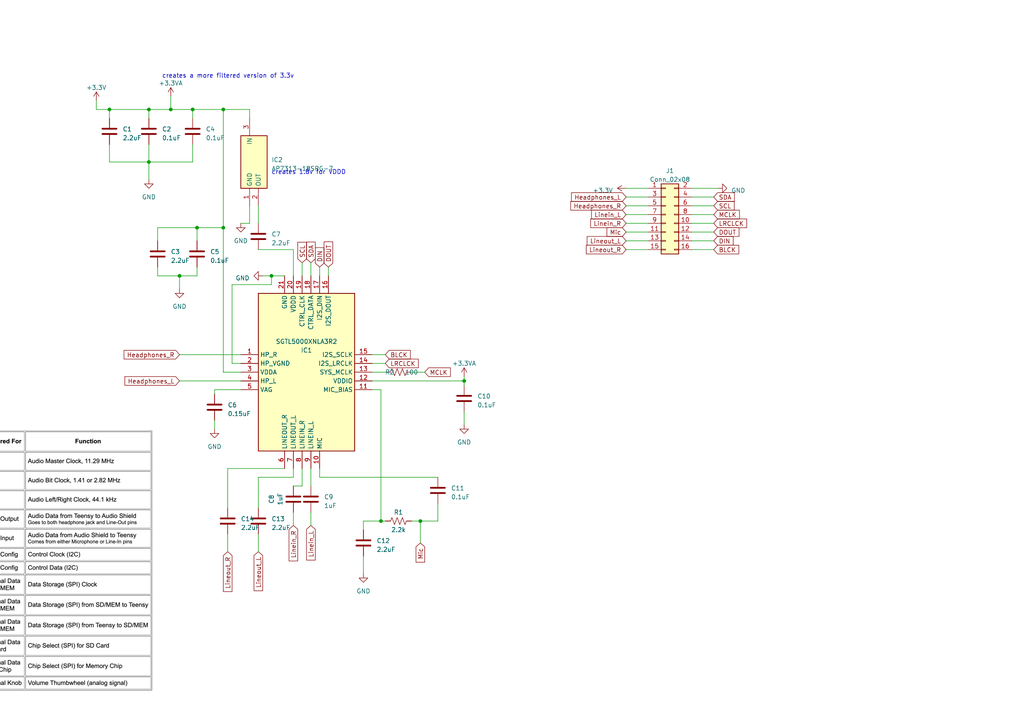
<source format=kicad_sch>
(kicad_sch (version 20230121) (generator eeschema)
  (paper "A4")
  (lib_symbols
    (symbol "AP7313-18SRG-7:AP7313-18SRG-7"
      (property "Reference" "IC" (at 21.59 7.62 0))
      (property "Value" "AP7313-18SRG-7" (at 21.59 5.08 0))
      (symbol "AP7313-18SRG-7_1_1"
        (rectangle (start 5.08 2.54) (end 20.32 -5.08) (stroke (width 0.254)) (fill (type background)))
        (pin passive line (at 0 0 0) (length 5.08) (name "GND") (number "1"))
        (pin passive line (at 0 -2.54 0) (length 5.08) (name "OUT") (number "2"))
        (pin passive line (at 25.4 0 180) (length 5.08) (name "IN") (number "3"))
      )
    )
    (symbol "Device:C" (pin_numbers hide) (pin_names (offset 0.254))
      (property "Reference" "C" (at 0.635 2.54 0))
      (property "Value" "C" (at 0.635 -2.54 0))
      (symbol "C_0_1"
        (polyline (pts (xy -2.032 -0.762) (xy 2.032 -0.762)) (stroke (width 0.508)))
        (polyline (pts (xy -2.032 0.762) (xy 2.032 0.762)) (stroke (width 0.508)))
      )
      (symbol "C_1_1"
        (pin passive line (at 0 3.81 270) (length 2.794) (name "~") (number "1"))
        (pin passive line (at 0 -3.81 90) (length 2.794) (name "~") (number "2"))
      )
    )
    (symbol "Device:R_US" (pin_numbers hide) (pin_names (offset 0))
      (property "Reference" "R" (at 2.54 0 90))
      (property "Value" "R_US" (at -2.54 0 90))
      (symbol "R_US_0_1"
        (polyline (pts (xy 0 -2.286) (xy 0 -2.54)))
        (polyline (pts (xy 0 2.286) (xy 0 2.54)))
        (polyline (pts (xy 0 -0.762) (xy 1.016 -1.143) (xy 0 -1.524) (xy -1.016 -1.905) (xy 0 -2.286)))
        (polyline (pts (xy 0 0.762) (xy 1.016 0.381) (xy 0 0) (xy -1.016 -0.381) (xy 0 -0.762)))
        (polyline (pts (xy 0 2.286) (xy 1.016 1.905) (xy 0 1.524) (xy -1.016 1.143) (xy 0 0.762)))
      )
      (symbol "R_US_1_1"
        (pin passive line (at 0 3.81 270) (length 1.27) (name "~") (number "1"))
        (pin passive line (at 0 -3.81 90) (length 1.27) (name "~") (number "2"))
      )
    )
    (symbol "PCM_4ms_Connector:Conn_02x08" (pin_names (offset 0.0254) hide)
      (property "Reference" "J" (at 0 11.43 0))
      (property "Value" "Conn_02x08" (at 0 13.97 0))
      (symbol "Conn_02x08_0_1"
        (rectangle (start -2.54 -8.763) (end -1.27 -9.017))
        (rectangle (start -2.54 -6.223) (end -1.27 -6.477))
        (rectangle (start -2.54 -3.683) (end -1.27 -3.937))
        (rectangle (start -2.54 -1.143) (end -1.27 -1.397))
        (rectangle (start -2.54 1.397) (end -1.27 1.143))
        (rectangle (start -2.54 3.937) (end -1.27 3.683))
        (rectangle (start -2.54 6.477) (end -1.27 6.223))
        (rectangle (start -2.54 9.017) (end -1.27 8.763))
        (rectangle (start -2.54 10.16) (end 2.54 -10.16) (stroke (width 0.254)) (fill (type background)))
        (rectangle (start 1.27 -8.763) (end 2.54 -9.017))
        (rectangle (start 1.27 -6.223) (end 2.54 -6.477))
        (rectangle (start 1.27 -3.683) (end 2.54 -3.937))
        (rectangle (start 1.27 -1.143) (end 2.54 -1.397))
        (rectangle (start 1.27 1.397) (end 2.54 1.143))
        (rectangle (start 1.27 3.937) (end 2.54 3.683))
        (rectangle (start 1.27 6.477) (end 2.54 6.223))
        (rectangle (start 1.27 9.017) (end 2.54 8.763))
      )
      (symbol "Conn_02x08_1_1"
        (pin passive line (at -6.35 8.89 0) (length 3.81) (name "P1") (number "1"))
        (pin passive line (at 6.35 -1.27 180) (length 3.81) (name "GND") (number "10"))
        (pin passive line (at -6.35 -3.81 0) (length 3.81) (name "GND") (number "11"))
        (pin passive line (at 6.35 -3.81 180) (length 3.81) (name "GND") (number "12"))
        (pin passive line (at -6.35 -6.35 0) (length 3.81) (name "-12") (number "13"))
        (pin passive line (at 6.35 -6.35 180) (length 3.81) (name "-12V") (number "14"))
        (pin passive line (at -6.35 -8.89 0) (length 3.81) (name "-12V") (number "15"))
        (pin passive line (at 6.35 -8.89 180) (length 3.81) (name "P16") (number "16"))
        (pin passive line (at 6.35 8.89 180) (length 3.81) (name "P2") (number "2"))
        (pin passive line (at -6.35 6.35 0) (length 3.81) (name "P3") (number "3"))
        (pin passive line (at 6.35 6.35 180) (length 3.81) (name "P4") (number "4"))
        (pin passive line (at -6.35 3.81 0) (length 3.81) (name "+12V") (number "5"))
        (pin passive line (at 6.35 3.81 180) (length 3.81) (name "P6") (number "6"))
        (pin passive line (at -6.35 1.27 0) (length 3.81) (name "12V") (number "7"))
        (pin passive line (at 6.35 1.27 180) (length 3.81) (name "+12V") (number "8"))
        (pin passive line (at -6.35 -1.27 0) (length 3.81) (name "GND") (number "9"))
      )
    )
    (symbol "SGTL5000XNLA3R2:SGTL5000XNLA3R2"
      (property "Reference" "IC" (at 34.29 22.86 0))
      (property "Value" "SGTL5000XNLA3R2" (at 34.29 20.32 0))
      (symbol "SGTL5000XNLA3R2_1_1"
        (rectangle (start 5.08 17.78) (end 33.02 -27.94) (stroke (width 0.254)) (fill (type background)))
        (pin passive line (at 0 0 0) (length 5.08) (name "HP_R") (number "1"))
        (pin passive line (at 22.86 -33.02 90) (length 5.08) (name "MIC") (number "10"))
        (pin passive line (at 38.1 -10.16 180) (length 5.08) (name "MIC_BIAS") (number "11"))
        (pin passive line (at 38.1 -7.62 180) (length 5.08) (name "VDDIO") (number "12"))
        (pin passive line (at 38.1 -5.08 180) (length 5.08) (name "SYS_MCLK") (number "13"))
        (pin passive line (at 38.1 -2.54 180) (length 5.08) (name "I2S_LRCLK") (number "14"))
        (pin passive line (at 38.1 0 180) (length 5.08) (name "I2S_SCLK") (number "15"))
        (pin passive line (at 25.4 22.86 270) (length 5.08) (name "I2S_DOUT") (number "16"))
        (pin passive line (at 22.86 22.86 270) (length 5.08) (name "I2S_DIN") (number "17"))
        (pin passive line (at 20.32 22.86 270) (length 5.08) (name "CTRL_DATA") (number "18"))
        (pin passive line (at 17.78 22.86 270) (length 5.08) (name "CTRL_CLK") (number "19"))
        (pin passive line (at 0 -2.54 0) (length 5.08) (name "HP_VGND") (number "2"))
        (pin passive line (at 15.24 22.86 270) (length 5.08) (name "VDDD") (number "20"))
        (pin passive line (at 12.7 22.86 270) (length 5.08) (name "GND") (number "21"))
        (pin passive line (at 0 -5.08 0) (length 5.08) (name "VDDA") (number "3"))
        (pin passive line (at 0 -7.62 0) (length 5.08) (name "HP_L") (number "4"))
        (pin passive line (at 0 -10.16 0) (length 5.08) (name "VAG") (number "5"))
        (pin passive line (at 12.7 -33.02 90) (length 5.08) (name "LINEOUT_R") (number "6"))
        (pin passive line (at 15.24 -33.02 90) (length 5.08) (name "LINEOUT_L") (number "7"))
        (pin passive line (at 17.78 -33.02 90) (length 5.08) (name "LINEIN_R") (number "8"))
        (pin passive line (at 20.32 -33.02 90) (length 5.08) (name "LINEIN_L") (number "9"))
      )
    )
    (symbol "power:+3.3V" (power) (pin_names (offset 0))
      (property "Value" "+3.3V" (at 0 3.556 0))
      (symbol "+3.3V_0_1"
        (polyline (pts (xy -0.762 1.27) (xy 0 2.54)))
        (polyline (pts (xy 0 0) (xy 0 2.54)))
        (polyline (pts (xy 0 2.54) (xy 0.762 1.27)))
      )
      (symbol "+3.3V_1_1"
        (pin power_in line (at 0 0 90) (length 0) hide (name "+3.3V") (number "1"))
      )
    )
    (symbol "power:+3.3VA" (power) (pin_names (offset 0))
      (property "Value" "+3.3VA" (at 0 3.556 0))
      (symbol "+3.3VA_0_1"
        (polyline (pts (xy -0.762 1.27) (xy 0 2.54)))
        (polyline (pts (xy 0 0) (xy 0 2.54)))
        (polyline (pts (xy 0 2.54) (xy 0.762 1.27)))
      )
      (symbol "+3.3VA_1_1"
        (pin power_in line (at 0 0 90) (length 0) hide (name "+3.3VA") (number "1"))
      )
    )
    (symbol "power:GND" (power) (pin_names (offset 0))
      (property "Value" "GND" (at 0 -3.81 0))
      (symbol "GND_0_1"
        (polyline (pts (xy 0 0) (xy 0 -1.27) (xy 1.27 -1.27) (xy 0 -2.54) (xy -1.27 -1.27) (xy 0 -1.27)))
      )
      (symbol "GND_1_1"
        (pin power_in line (at 0 0 270) (length 0) hide (name "GND") (number "1"))
      )
    )
  )
  (junction (at 31.75 31.75))
  (junction (at 134.62 110.49))
  (junction (at 55.88 31.75))
  (junction (at 64.77 66.04))
  (junction (at 49.53 31.75))
  (junction (at 57.15 66.04))
  (junction (at 78.74 80.01))
  (junction (at 43.18 46.99))
  (junction (at 121.92 151.13))
  (junction (at 52.07 80.01))
  (junction (at 43.18 31.75))
  (junction (at 110.49 151.13))
  (junction (at 64.77 31.75))
  (wire (pts (xy 69.85 64.77) (xy 72.39 64.77)))
  (wire (pts (xy 78.74 80.01) (xy 82.55 80.01)))
  (wire (pts (xy 64.77 31.75) (xy 72.39 31.75)))
  (wire (pts (xy 87.63 76.2) (xy 87.63 80.01)))
  (wire (pts (xy 85.09 152.4) (xy 85.09 148.59)))
  (wire (pts (xy 74.93 59.69) (xy 74.93 64.77)))
  (wire (pts (xy 69.85 113.03) (xy 62.23 113.03)))
  (wire (pts (xy 121.92 151.13) (xy 121.92 157.48)))
  (wire (pts (xy 200.66 54.61) (xy 208.28 54.61)))
  (wire (pts (xy 64.77 66.04) (xy 57.15 66.04)))
  (wire (pts (xy 87.63 140.97) (xy 85.09 140.97)))
  (wire (pts (xy 45.72 66.04) (xy 45.72 69.85)))
  (wire (pts (xy 181.61 59.69) (xy 187.96 59.69)))
  (wire (pts (xy 67.31 82.55) (xy 78.74 82.55)))
  (wire (pts (xy 105.41 161.29) (xy 105.41 166.37)))
  (wire (pts (xy 92.71 138.43) (xy 92.71 135.89)))
  (wire (pts (xy 119.38 107.95) (xy 123.19 107.95)))
  (wire (pts (xy 43.18 31.75) (xy 43.18 34.29)))
  (wire (pts (xy 85.09 138.43) (xy 74.93 138.43)))
  (wire (pts (xy 57.15 66.04) (xy 45.72 66.04)))
  (wire (pts (xy 181.61 62.23) (xy 187.96 62.23)))
  (wire (pts (xy 87.63 135.89) (xy 87.63 140.97)))
  (wire (pts (xy 55.88 31.75) (xy 64.77 31.75)))
  (wire (pts (xy 57.15 66.04) (xy 57.15 69.85)))
  (wire (pts (xy 200.66 69.85) (xy 207.01 69.85)))
  (wire (pts (xy 27.94 31.75) (xy 31.75 31.75)))
  (wire (pts (xy 72.39 64.77) (xy 72.39 59.69)))
  (wire (pts (xy 134.62 109.22) (xy 134.62 110.49)))
  (wire (pts (xy 90.17 152.4) (xy 90.17 148.59)))
  (wire (pts (xy 74.93 154.94) (xy 74.93 160.02)))
  (wire (pts (xy 72.39 31.75) (xy 72.39 34.29)))
  (wire (pts (xy 62.23 121.92) (xy 62.23 124.46)))
  (wire (pts (xy 31.75 31.75) (xy 43.18 31.75)))
  (wire (pts (xy 43.18 41.91) (xy 43.18 46.99)))
  (wire (pts (xy 200.66 59.69) (xy 207.01 59.69)))
  (wire (pts (xy 76.2 80.01) (xy 78.74 80.01)))
  (wire (pts (xy 43.18 31.75) (xy 49.53 31.75)))
  (wire (pts (xy 181.61 72.39) (xy 187.96 72.39)))
  (wire (pts (xy 52.07 80.01) (xy 52.07 83.82)))
  (wire (pts (xy 55.88 46.99) (xy 55.88 41.91)))
  (wire (pts (xy 43.18 46.99) (xy 55.88 46.99)))
  (wire (pts (xy 110.49 151.13) (xy 110.49 113.03)))
  (wire (pts (xy 27.94 29.21) (xy 27.94 31.75)))
  (wire (pts (xy 105.41 151.13) (xy 110.49 151.13)))
  (wire (pts (xy 181.61 69.85) (xy 187.96 69.85)))
  (wire (pts (xy 110.49 151.13) (xy 111.76 151.13)))
  (wire (pts (xy 90.17 135.89) (xy 90.17 140.97)))
  (wire (pts (xy 200.66 62.23) (xy 207.01 62.23)))
  (wire (pts (xy 31.75 41.91) (xy 31.75 46.99)))
  (wire (pts (xy 49.53 27.94) (xy 49.53 31.75)))
  (wire (pts (xy 69.85 107.95) (xy 64.77 107.95)))
  (wire (pts (xy 181.61 54.61) (xy 187.96 54.61)))
  (wire (pts (xy 49.53 31.75) (xy 55.88 31.75)))
  (wire (pts (xy 62.23 113.03) (xy 62.23 114.3)))
  (wire (pts (xy 67.31 105.41) (xy 67.31 82.55)))
  (wire (pts (xy 105.41 151.13) (xy 105.41 153.67)))
  (wire (pts (xy 31.75 46.99) (xy 43.18 46.99)))
  (wire (pts (xy 82.55 135.89) (xy 66.04 135.89)))
  (wire (pts (xy 57.15 77.47) (xy 57.15 80.01)))
  (wire (pts (xy 78.74 82.55) (xy 78.74 80.01)))
  (wire (pts (xy 134.62 119.38) (xy 134.62 123.19)))
  (wire (pts (xy 43.18 52.07) (xy 43.18 46.99)))
  (wire (pts (xy 200.66 72.39) (xy 207.01 72.39)))
  (wire (pts (xy 74.93 138.43) (xy 74.93 147.32)))
  (wire (pts (xy 85.09 135.89) (xy 85.09 138.43)))
  (wire (pts (xy 107.95 102.87) (xy 111.76 102.87)))
  (wire (pts (xy 64.77 66.04) (xy 64.77 107.95)))
  (wire (pts (xy 55.88 31.75) (xy 55.88 34.29)))
  (wire (pts (xy 127 146.05) (xy 127 151.13)))
  (wire (pts (xy 85.09 72.39) (xy 74.93 72.39)))
  (wire (pts (xy 200.66 64.77) (xy 207.01 64.77)))
  (wire (pts (xy 181.61 64.77) (xy 187.96 64.77)))
  (wire (pts (xy 134.62 110.49) (xy 134.62 111.76)))
  (wire (pts (xy 92.71 77.47) (xy 92.71 80.01)))
  (wire (pts (xy 127 151.13) (xy 121.92 151.13)))
  (wire (pts (xy 200.66 57.15) (xy 207.01 57.15)))
  (wire (pts (xy 90.17 76.2) (xy 90.17 80.01)))
  (wire (pts (xy 110.49 113.03) (xy 107.95 113.03)))
  (wire (pts (xy 45.72 80.01) (xy 52.07 80.01)))
  (wire (pts (xy 200.66 67.31) (xy 207.01 67.31)))
  (wire (pts (xy 95.25 77.47) (xy 95.25 80.01)))
  (wire (pts (xy 66.04 154.94) (xy 66.04 160.02)))
  (wire (pts (xy 31.75 31.75) (xy 31.75 34.29)))
  (wire (pts (xy 52.07 110.49) (xy 69.85 110.49)))
  (wire (pts (xy 52.07 102.87) (xy 69.85 102.87)))
  (wire (pts (xy 107.95 105.41) (xy 111.76 105.41)))
  (wire (pts (xy 52.07 80.01) (xy 57.15 80.01)))
  (wire (pts (xy 64.77 31.75) (xy 64.77 66.04)))
  (wire (pts (xy 107.95 107.95) (xy 111.76 107.95)))
  (wire (pts (xy 181.61 57.15) (xy 187.96 57.15)))
  (wire (pts (xy 107.95 110.49) (xy 134.62 110.49)))
  (wire (pts (xy 45.72 77.47) (xy 45.72 80.01)))
  (wire (pts (xy 85.09 80.01) (xy 85.09 72.39)))
  (wire (pts (xy 181.61 67.31) (xy 187.96 67.31)))
  (wire (pts (xy 119.38 151.13) (xy 121.92 151.13)))
  (wire (pts (xy 69.85 105.41) (xy 67.31 105.41)))
  (wire (pts (xy 127 138.43) (xy 92.71 138.43)))
  (wire (pts (xy 66.04 135.89) (xy 66.04 147.32)))
  (image (at 2.54 162.56) (scale 0.659046))
  (text "creates a more filtered version of 3.3v" (at 46.99 22.86 0) (effects (font (size 1.27 1.27)) (justify left bottom)))
  (text "creates 1.8v for VDDD" (at 78.74 50.8 0) (effects (font (size 1.27 1.27)) (justify left bottom)))
  (global_label "Headphones_R" (shape input) (at 181.61 59.69 180) (property "Intersheetrefs" "${INTERSHEET_REFS}" (effects hide)))
  (global_label "SDA" (shape input) (at 90.17 76.2 90) (property "Intersheetrefs" "${INTERSHEET_REFS}" (effects hide)))
  (global_label "Linein_L" (shape input) (at 90.17 152.4 270) (property "Intersheetrefs" "${INTERSHEET_REFS}" (effects hide)))
  (global_label "DOUT" (shape input) (at 207.01 67.31 0) (property "Intersheetrefs" "${INTERSHEET_REFS}" (effects hide)))
  (global_label "DIN" (shape input) (at 92.71 77.47 90) (property "Intersheetrefs" "${INTERSHEET_REFS}" (effects hide)))
  (global_label "BLCK" (shape input) (at 111.76 102.87 0) (property "Intersheetrefs" "${INTERSHEET_REFS}" (effects hide)))
  (global_label "SCL" (shape input) (at 87.63 76.2 90) (property "Intersheetrefs" "${INTERSHEET_REFS}" (effects hide)))
  (global_label "DOUT" (shape input) (at 95.25 77.47 90) (property "Intersheetrefs" "${INTERSHEET_REFS}" (effects hide)))
  (global_label "MCLK" (shape input) (at 123.19 107.95 0) (property "Intersheetrefs" "${INTERSHEET_REFS}" (effects hide)))
  (global_label "Mic" (shape input) (at 181.61 67.31 180) (property "Intersheetrefs" "${INTERSHEET_REFS}" (effects hide)))
  (global_label "LRCLCK" (shape input) (at 111.76 105.41 0) (property "Intersheetrefs" "${INTERSHEET_REFS}" (effects hide)))
  (global_label "Mic" (shape input) (at 121.92 157.48 270) (property "Intersheetrefs" "${INTERSHEET_REFS}" (effects hide)))
  (global_label "Headphones_L" (shape input) (at 52.07 110.49 180) (property "Intersheetrefs" "${INTERSHEET_REFS}" (effects hide)))
  (global_label "Linein_L" (shape input) (at 181.61 62.23 180) (property "Intersheetrefs" "${INTERSHEET_REFS}" (effects hide)))
  (global_label "Lineout_L" (shape input) (at 181.61 69.85 180) (property "Intersheetrefs" "${INTERSHEET_REFS}" (effects hide)))
  (global_label "MCLK" (shape input) (at 207.01 62.23 0) (property "Intersheetrefs" "${INTERSHEET_REFS}" (effects hide)))
  (global_label "Headphones_L" (shape input) (at 181.61 57.15 180) (property "Intersheetrefs" "${INTERSHEET_REFS}" (effects hide)))
  (global_label "Lineout_R" (shape input) (at 181.61 72.39 180) (property "Intersheetrefs" "${INTERSHEET_REFS}" (effects hide)))
  (global_label "Lineout_R" (shape input) (at 66.04 160.02 270) (property "Intersheetrefs" "${INTERSHEET_REFS}" (effects hide)))
  (global_label "LRCLCK" (shape input) (at 207.01 64.77 0) (property "Intersheetrefs" "${INTERSHEET_REFS}" (effects hide)))
  (global_label "Headphones_R" (shape input) (at 52.07 102.87 180) (property "Intersheetrefs" "${INTERSHEET_REFS}" (effects hide)))
  (global_label "SCL" (shape input) (at 207.01 59.69 0) (property "Intersheetrefs" "${INTERSHEET_REFS}" (effects hide)))
  (global_label "SDA" (shape input) (at 207.01 57.15 0) (property "Intersheetrefs" "${INTERSHEET_REFS}" (effects hide)))
  (global_label "DIN" (shape input) (at 207.01 69.85 0) (property "Intersheetrefs" "${INTERSHEET_REFS}" (effects hide)))
  (global_label "Lineout_L" (shape input) (at 74.93 160.02 270) (property "Intersheetrefs" "${INTERSHEET_REFS}" (effects hide)))
  (global_label "BLCK" (shape input) (at 207.01 72.39 0) (property "Intersheetrefs" "${INTERSHEET_REFS}" (effects hide)))
  (global_label "Linein_R" (shape input) (at 85.09 152.4 270) (property "Intersheetrefs" "${INTERSHEET_REFS}" (effects hide)))
  (global_label "Linein_R" (shape input) (at 181.61 64.77 180) (property "Intersheetrefs" "${INTERSHEET_REFS}" (effects hide)))
  (symbol (lib_id "Device:C") (at 62.23 118.11 0) (unit 1)
    (property "Reference" "C6" (at 66.04 117.475 0) (effects (justify left)))
    (property "Value" "0.15uF" (at 66.04 120.015 0) (effects (justify left)))
    (property "Footprint" "Capacitor_SMD:C_1206_3216Metric_Pad1.33x1.80mm_HandSolder" (effects hide))
  )
  (symbol (lib_id "Device:C") (at 45.72 73.66 0) (unit 1)
    (property "Reference" "C3" (at 49.53 73.025 0) (effects (justify left)))
    (property "Value" "2.2uF" (at 49.53 75.565 0) (effects (justify left)))
    (property "Footprint" "Capacitor_SMD:C_1206_3216Metric_Pad1.33x1.80mm_HandSolder" (effects hide))
  )
  (symbol (lib_id "Device:C") (at 43.18 38.1 0) (unit 1)
    (property "Reference" "C2" (at 46.99 37.465 0) (effects (justify left)))
    (property "Value" "0.1uF" (at 46.99 40.005 0) (effects (justify left)))
    (property "Footprint" "Capacitor_SMD:C_1206_3216Metric_Pad1.33x1.80mm_HandSolder" (effects hide))
  )
  (symbol (lib_id "Device:R_US") (at 115.57 151.13 90) (unit 1)
    (property "Reference" "R1" (at 115.57 148.59 90))
    (property "Value" "2.2k" (at 115.57 153.67 90))
    (property "Footprint" "Resistor_SMD:R_1206_3216Metric_Pad1.30x1.75mm_HandSolder" (effects hide))
  )
  (symbol (lib_id "Device:C") (at 74.93 151.13 0) (unit 1)
    (property "Reference" "C13" (at 78.74 150.495 0) (effects (justify left)))
    (property "Value" "2.2uF" (at 78.74 153.035 0) (effects (justify left)))
    (property "Footprint" "Capacitor_SMD:C_1206_3216Metric_Pad1.33x1.80mm_HandSolder" (effects hide))
  )
  (symbol (lib_id "Device:C") (at 66.04 151.13 0) (unit 1)
    (property "Reference" "C14" (at 69.85 150.495 0) (effects (justify left)))
    (property "Value" "2.2uF" (at 69.85 153.035 0) (effects (justify left)))
    (property "Footprint" "Capacitor_SMD:C_1206_3216Metric_Pad1.33x1.80mm_HandSolder" (effects hide))
  )
  (symbol (lib_id "Device:C") (at 31.75 38.1 0) (unit 1)
    (property "Reference" "C1" (at 35.56 37.465 0) (effects (justify left)))
    (property "Value" "2.2uF" (at 35.56 40.005 0) (effects (justify left)))
    (property "Footprint" "Capacitor_SMD:C_1206_3216Metric_Pad1.33x1.80mm_HandSolder" (effects hide))
  )
  (symbol (lib_id "power:GND") (at 134.62 123.19 0) (unit 1)
    (property "Reference" "#PWR014" (effects hide))
    (property "Value" "GND" (at 134.62 128.27 0))
  )
  (symbol (lib_id "power:GND") (at 208.28 54.61 90) (unit 1)
    (property "Reference" "#PWR016" (effects hide))
    (property "Value" "GND" (at 212.09 55.245 90) (effects (justify right)))
  )
  (symbol (lib_id "power:+3.3V") (at 27.94 29.21 0) (unit 1)
    (property "Reference" "#PWR01" (effects hide))
    (property "Value" "+3.3V" (at 27.94 25.4 0))
  )
  (symbol (lib_id "power:GND") (at 52.07 83.82 0) (unit 1)
    (property "Reference" "#PWR05" (effects hide))
    (property "Value" "GND" (at 52.07 88.9 0))
  )
  (symbol (lib_id "power:+3.3VA") (at 49.53 27.94 0) (unit 1)
    (property "Reference" "#PWR03" (effects hide))
    (property "Value" "+3.3VA" (at 49.53 24.13 0))
  )
  (symbol (lib_id "Device:C") (at 127 142.24 0) (unit 1)
    (property "Reference" "C11" (at 130.81 141.605 0) (effects (justify left)))
    (property "Value" "0.1uF" (at 130.81 144.145 0) (effects (justify left)))
    (property "Footprint" "Capacitor_SMD:C_1206_3216Metric_Pad1.33x1.80mm_HandSolder" (effects hide))
  )
  (symbol (lib_id "SGTL5000XNLA3R2:SGTL5000XNLA3R2") (at 69.85 102.87 0) (unit 1)
    (property "Reference" "IC1" (at 88.9 101.6 0))
    (property "Value" "SGTL5000XNLA3R2" (at 88.9 99.06 0))
    (property "Footprint" "SGTL5000XNLA3R2 Audio Codec Eurorack:QFN40P300X300X60-21N" (effects hide))
    (property "Datasheet" "http://www.nxp.com/docs/en/data-sheet/SGTL5000.pdf" (effects hide))
    (property "Height" "0.6" (effects hide))
    (property "Mouser Part Number" "841-SGTL5000XNLA3R2" (effects hide))
    (property "Mouser Price/Stock" "https://www.mouser.co.uk/ProductDetail/NXP-Semiconductors/SGTL5000XNLA3R2?qs=g5o6z0NmdpRyTqz1GkwAeA%3D%3D" (effects hide))
    (property "Manufacturer_Name" "NXP" (effects hide))
    (property "Manufacturer_Part_Number" "SGTL5000XNLA3R2" (effects hide))
  )
  (symbol (lib_id "Device:R_US") (at 115.57 107.95 90) (unit 1)
    (property "Reference" "R2" (at 113.03 107.95 90))
    (property "Value" "100" (at 119.38 107.95 90))
    (property "Footprint" "Resistor_SMD:R_1206_3216Metric_Pad1.30x1.75mm_HandSolder" (effects hide))
  )
  (symbol (lib_id "Device:C") (at 57.15 73.66 0) (unit 1)
    (property "Reference" "C5" (at 60.96 73.025 0) (effects (justify left)))
    (property "Value" "0.1uF" (at 60.96 75.565 0) (effects (justify left)))
    (property "Footprint" "Capacitor_SMD:C_1206_3216Metric_Pad1.33x1.80mm_HandSolder" (effects hide))
  )
  (symbol (lib_id "Device:C") (at 90.17 144.78 0) (unit 1)
    (property "Reference" "C9" (at 93.98 144.145 0) (effects (justify left)))
    (property "Value" "1uF" (at 93.98 146.685 0) (effects (justify left)))
    (property "Footprint" "Capacitor_SMD:C_1206_3216Metric_Pad1.33x1.80mm_HandSolder" (effects hide))
  )
  (symbol (lib_id "power:GND") (at 76.2 80.01 270) (unit 1)
    (property "Reference" "#PWR011" (effects hide))
    (property "Value" "GND" (at 72.39 80.645 90) (effects (justify right)))
  )
  (symbol (lib_id "power:+3.3V") (at 181.61 54.61 90) (unit 1)
    (property "Reference" "#PWR015" (effects hide))
    (property "Value" "+3.3V" (at 177.8 55.245 90) (effects (justify left)))
  )
  (symbol (lib_id "power:GND") (at 69.85 64.77 0) (unit 1)
    (property "Reference" "#PWR010" (effects hide))
    (property "Value" "GND" (at 69.85 69.85 0))
  )
  (symbol (lib_id "Device:C") (at 85.09 144.78 180) (unit 1)
    (property "Reference" "C8" (at 78.74 144.78 90))
    (property "Value" "1uF" (at 81.28 144.78 90))
    (property "Footprint" "Capacitor_SMD:C_1206_3216Metric_Pad1.33x1.80mm_HandSolder" (effects hide))
  )
  (symbol (lib_id "PCM_4ms_Connector:Conn_02x08") (at 194.31 63.5 0) (unit 1)
    (property "Reference" "J1" (at 194.31 49.53 0))
    (property "Value" "Conn_02x08" (at 194.31 52.07 0))
    (property "Footprint" "Connector_PinSocket_2.00mm:PinSocket_2x08_P2.00mm_Vertical_SMD" (effects hide))
    (property "Specifications" "Header, Male Pins, 2*8, spacing 2.54mm, straight pin" (effects hide))
    (property "Manufacturer" "TAD" (effects hide))
    (property "Part Number" "1-1602FBV0T" (effects hide))
  )
  (symbol (lib_id "Device:C") (at 105.41 157.48 0) (unit 1)
    (property "Reference" "C12" (at 109.22 156.845 0) (effects (justify left)))
    (property "Value" "2.2uF" (at 109.22 159.385 0) (effects (justify left)))
    (property "Footprint" "Capacitor_SMD:C_1206_3216Metric_Pad1.33x1.80mm_HandSolder" (effects hide))
  )
  (symbol (lib_id "Device:C") (at 74.93 68.58 0) (unit 1)
    (property "Reference" "C7" (at 78.74 67.945 0) (effects (justify left)))
    (property "Value" "2.2uF" (at 78.74 70.485 0) (effects (justify left)))
    (property "Footprint" "Capacitor_SMD:C_1206_3216Metric_Pad1.33x1.80mm_HandSolder" (effects hide))
  )
  (symbol (lib_id "power:GND") (at 105.41 166.37 0) (unit 1)
    (property "Reference" "#PWR04" (effects hide))
    (property "Value" "GND" (at 105.41 171.45 0))
  )
  (symbol (lib_id "power:GND") (at 43.18 52.07 0) (unit 1)
    (property "Reference" "#PWR02" (effects hide))
    (property "Value" "GND" (at 43.18 57.15 0))
  )
  (symbol (lib_id "power:GND") (at 62.23 124.46 0) (unit 1)
    (property "Reference" "#PWR09" (effects hide))
    (property "Value" "GND" (at 62.23 129.54 0))
  )
  (symbol (lib_id "AP7313-18SRG-7:AP7313-18SRG-7") (at 72.39 59.69 90) (unit 1)
    (property "Reference" "IC2" (at 78.74 46.355 90) (effects (justify right)))
    (property "Value" "AP7313-18SRG-7" (at 78.74 48.895 90) (effects (justify right)))
    (property "Footprint" "AP7313-18SRG-7:SOT96P240X135-3N" (effects hide))
    (property "Datasheet" "https://componentsearchengine.com/Datasheets/1/AP7313-18SRG-7.pdf" (effects hide))
    (property "Height" "1.35" (effects hide))
    (property "Mouser Part Number" "621-AP7313-18SRG-7" (effects hide))
    (property "Mouser Price/Stock" "https://www.mouser.co.uk/ProductDetail/Diodes-Incorporated/AP7313-18SRG-7?qs=vIZ3oKQCLxrbxTl%2F%252B0X1CQ%3D%3D" (effects hide))
    (property "Manufacturer_Name" "Diodes Inc." (effects hide))
    (property "Manufacturer_Part_Number" "AP7313-18SRG-7" (effects hide))
  )
  (symbol (lib_id "Device:C") (at 134.62 115.57 0) (unit 1)
    (property "Reference" "C10" (at 138.43 114.935 0) (effects (justify left)))
    (property "Value" "0.1uF" (at 138.43 117.475 0) (effects (justify left)))
    (property "Footprint" "Capacitor_SMD:C_1206_3216Metric_Pad1.33x1.80mm_HandSolder" (effects hide))
  )
  (symbol (lib_id "power:+3.3VA") (at 134.62 109.22 0) (unit 1)
    (property "Reference" "#PWR013" (effects hide))
    (property "Value" "+3.3VA" (at 134.62 105.41 0))
  )
  (symbol (lib_id "Device:C") (at 55.88 38.1 0) (unit 1)
    (property "Reference" "C4" (at 59.69 37.465 0) (effects (justify left)))
    (property "Value" "0.1uF" (at 59.69 40.005 0) (effects (justify left)))
    (property "Footprint" "Capacitor_SMD:C_1206_3216Metric_Pad1.33x1.80mm_HandSolder" (effects hide))
  )
)
</source>
